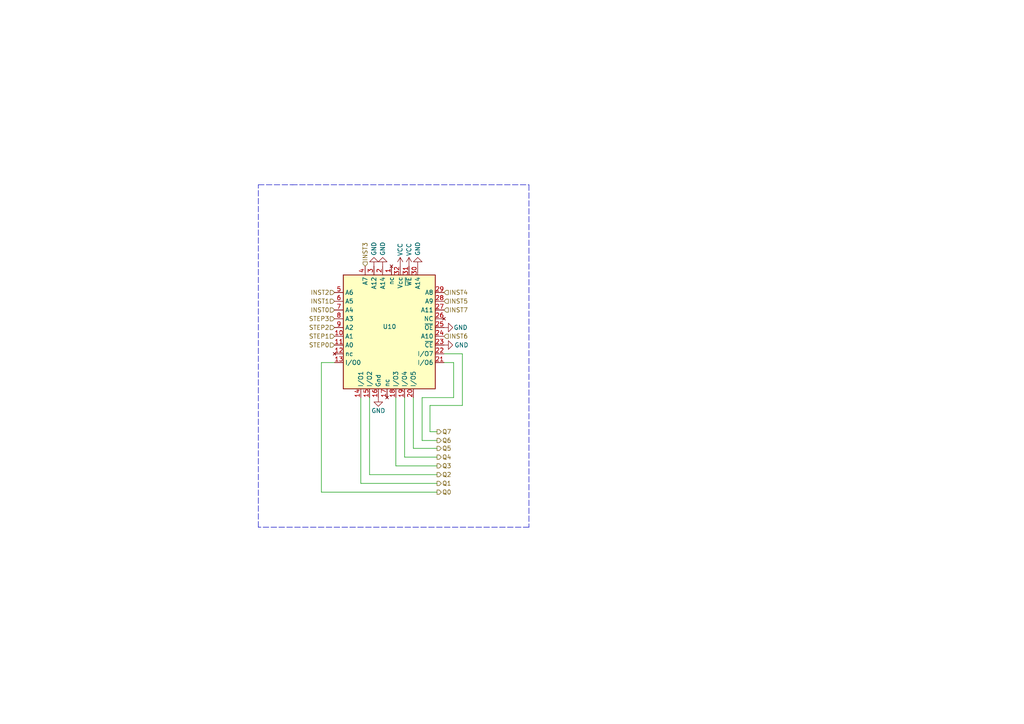
<source format=kicad_sch>
(kicad_sch (version 20211123) (generator eeschema)
  (paper "A4")
  (lib_symbols
    (symbol "Stephen:PLCC32_28_28C256"
      (property "Reference" "U" (at 19.05 -22.86 0))
      (property "Value" "PLCC32_28_28C256" (at 10.16 -20.32 0))
      (symbol "PLCC32_28_28C256_1_1"
        (rectangle (start -12.7 15.24) (end 13.97 -17.78) (stroke (width 0.254)) (fill (type background)))
        (pin no_connect line (at 1.27 17.78 270) (length 2.54) (name "nc") (number "1"))
        (pin input line (at -15.24 -2.54 0) (length 2.54) (name "A1") (number "10"))
        (pin input line (at -15.24 -5.08 0) (length 2.54) (name "A0") (number "11"))
        (pin no_connect line (at -15.24 -7.62 0) (length 2.54) (name "nc") (number "12"))
        (pin bidirectional line (at -15.24 -10.16 0) (length 2.54) (name "I/O0") (number "13"))
        (pin bidirectional line (at -7.62 -20.32 90) (length 2.54) (name "I/O1") (number "14"))
        (pin bidirectional line (at -5.08 -20.32 90) (length 2.54) (name "I/O2") (number "15"))
        (pin power_in line (at -2.54 -20.32 90) (length 2.54) (name "Gnd") (number "16"))
        (pin no_connect line (at 0 -20.32 90) (length 2.54) (name "nc") (number "17"))
        (pin bidirectional line (at 2.54 -20.32 90) (length 2.54) (name "I/O3") (number "18"))
        (pin bidirectional line (at 5.08 -20.32 90) (length 2.54) (name "I/O4") (number "19"))
        (pin input line (at -1.27 17.78 270) (length 2.54) (name "A14") (number "2"))
        (pin bidirectional line (at 7.62 -20.32 90) (length 2.54) (name "I/O5") (number "20"))
        (pin bidirectional line (at 16.51 -10.16 180) (length 2.54) (name "I/O6") (number "21"))
        (pin bidirectional line (at 16.51 -7.62 180) (length 2.54) (name "I/O7") (number "22"))
        (pin input line (at 16.51 -5.08 180) (length 2.54) (name "~{CE}") (number "23"))
        (pin input line (at 16.51 -2.54 180) (length 2.54) (name "A10") (number "24"))
        (pin input line (at 16.51 0 180) (length 2.54) (name "~{OE}") (number "25"))
        (pin no_connect line (at 16.51 2.54 180) (length 2.54) (name "NC") (number "26"))
        (pin input line (at 16.51 5.08 180) (length 2.54) (name "A11") (number "27"))
        (pin input line (at 16.51 7.62 180) (length 2.54) (name "A9") (number "28"))
        (pin input line (at 16.51 10.16 180) (length 2.54) (name "A8") (number "29"))
        (pin input line (at -3.81 17.78 270) (length 2.54) (name "A12") (number "3"))
        (pin input line (at 8.89 17.78 270) (length 2.54) (name "A14") (number "30"))
        (pin input line (at 6.35 17.78 270) (length 2.54) (name "~{WE}") (number "31"))
        (pin power_in line (at 3.81 17.78 270) (length 2.54) (name "Vcc") (number "32"))
        (pin input line (at -6.35 17.78 270) (length 2.54) (name "A7") (number "4"))
        (pin input line (at -15.24 10.16 0) (length 2.54) (name "A6") (number "5"))
        (pin input line (at -15.24 7.62 0) (length 2.54) (name "A5") (number "6"))
        (pin input line (at -15.24 5.08 0) (length 2.54) (name "A4") (number "7"))
        (pin input line (at -15.24 2.54 0) (length 2.54) (name "A3") (number "8"))
        (pin input line (at -15.24 0 0) (length 2.54) (name "A2") (number "9"))
      )
    )
    (symbol "power:GND" (power) (pin_names (offset 0))
      (property "Value" "GND" (at 0 -3.81 0))
      (symbol "GND_0_1"
        (polyline (pts (xy 0 0) (xy 0 -1.27) (xy 1.27 -1.27) (xy 0 -2.54) (xy -1.27 -1.27) (xy 0 -1.27)))
      )
      (symbol "GND_1_1"
        (pin power_in line (at 0 0 270) (length 0) hide (name "GND") (number "1"))
      )
    )
    (symbol "power:VCC" (power) (pin_names (offset 0))
      (property "Value" "VCC" (at 0 3.81 0))
      (symbol "VCC_0_1"
        (polyline (pts (xy -0.762 1.27) (xy 0 2.54)))
        (polyline (pts (xy 0 0) (xy 0 2.54)))
        (polyline (pts (xy 0 2.54) (xy 0.762 1.27)))
      )
      (symbol "VCC_1_1"
        (pin power_in line (at 0 0 90) (length 0) hide (name "VCC") (number "1"))
      )
    )
  )
  (wire (pts (xy 122.428 127.762) (xy 122.428 115.316)))
  (wire (pts (xy 117.348 115.316) (xy 117.348 132.588)))
  (wire (pts (xy 128.778 102.616) (xy 134.112 102.616)))
  (wire (pts (xy 134.112 102.616) (xy 134.112 117.602)))
  (wire (pts (xy 97.028 105.156) (xy 93.218 105.156)))
  (polyline (pts (xy 74.93 152.908) (xy 74.93 53.594)))
  (wire (pts (xy 134.112 117.602) (xy 124.714 117.602)))
  (wire (pts (xy 114.808 135.128) (xy 114.808 115.316)))
  (wire (pts (xy 93.218 105.156) (xy 93.218 142.748)))
  (wire (pts (xy 104.648 140.208) (xy 104.648 115.316)))
  (wire (pts (xy 126.746 135.128) (xy 114.808 135.128)))
  (wire (pts (xy 126.746 140.208) (xy 104.648 140.208)))
  (wire (pts (xy 107.188 115.316) (xy 107.188 137.668)))
  (polyline (pts (xy 153.416 152.908) (xy 74.93 152.908)))
  (wire (pts (xy 119.888 130.048) (xy 119.888 115.316)))
  (wire (pts (xy 93.218 142.748) (xy 126.746 142.748)))
  (wire (pts (xy 126.746 130.048) (xy 119.888 130.048)))
  (polyline (pts (xy 84.582 53.594) (xy 153.416 53.594)))
  (wire (pts (xy 131.572 105.156) (xy 128.778 105.156)))
  (wire (pts (xy 124.714 125.222) (xy 126.746 125.222)))
  (wire (pts (xy 131.572 115.316) (xy 131.572 105.156)))
  (wire (pts (xy 126.746 127.762) (xy 122.428 127.762)))
  (polyline (pts (xy 74.93 53.594) (xy 85.09 53.594)))
  (wire (pts (xy 124.714 117.602) (xy 124.714 125.222)))
  (polyline (pts (xy 153.416 53.594) (xy 153.416 152.908)))
  (wire (pts (xy 122.428 115.316) (xy 131.572 115.316)))
  (wire (pts (xy 107.188 137.668) (xy 126.746 137.668)))
  (wire (pts (xy 117.348 132.588) (xy 126.746 132.588)))
  (hierarchical_label "INST0" (shape input) (at 97.028 89.916 180))
  (hierarchical_label "Q4" (shape output) (at 126.746 132.588 0))
  (hierarchical_label "STEP0" (shape input) (at 97.028 100.076 180))
  (hierarchical_label "INST5" (shape input) (at 128.778 87.376 0))
  (hierarchical_label "Q3" (shape output) (at 126.746 135.128 0))
  (hierarchical_label "Q1" (shape output) (at 126.746 140.208 0))
  (hierarchical_label "INST7" (shape input) (at 128.778 89.916 0))
  (hierarchical_label "Q6" (shape output) (at 126.746 127.762 0))
  (hierarchical_label "INST6" (shape input) (at 128.778 97.536 0))
  (hierarchical_label "INST3" (shape input) (at 105.918 77.216 90))
  (hierarchical_label "Q2" (shape output) (at 126.746 137.668 0))
  (hierarchical_label "Q5" (shape output) (at 126.746 130.048 0))
  (hierarchical_label "INST4" (shape input) (at 128.778 84.836 0))
  (hierarchical_label "Q0" (shape output) (at 126.746 142.748 0))
  (hierarchical_label "STEP1" (shape input) (at 97.028 97.536 180))
  (hierarchical_label "STEP2" (shape input) (at 97.028 94.996 180))
  (hierarchical_label "INST1" (shape input) (at 97.028 87.376 180))
  (hierarchical_label "Q7" (shape output) (at 126.746 125.222 0))
  (hierarchical_label "INST2" (shape input) (at 97.028 84.836 180))
  (hierarchical_label "STEP3" (shape input) (at 97.028 92.456 180))
  (symbol (lib_id "power:VCC") (at 116.078 77.216 0) (unit 1)
    (property "Reference" "#PWR052" (effects hide))
    (property "Value" "VCC" (at 116.078 72.39 90))
  )
  (symbol (lib_id "power:GND") (at 109.728 115.316 0) (unit 1)
    (property "Reference" "#PWR050" (effects hide))
    (property "Value" "GND" (at 107.696 119.126 0) (effects (justify left)))
  )
  (symbol (lib_id "Stephen:PLCC32_28_28C256") (at 112.268 94.996 0) (unit 1)
    (property "Reference" "U10" (at 110.998 94.742 0) (effects (justify left)))
    (property "Value" "PLCC32_28_28C256" (effects hide))
    (property "Footprint" "Stephenv6:PLCC-32-SOCKET-Microchip-32J-10_2001-B-IPC_A" (effects hide))
    (property "Datasheet" "http://ww1.microchip.com/downloads/en/DeviceDoc/doc0006.pdf" (effects hide))
  )
  (symbol (lib_id "power:GND") (at 128.778 94.996 90) (unit 1)
    (property "Reference" "#PWR055" (effects hide))
    (property "Value" "GND" (at 135.636 94.996 90) (effects (justify left)))
  )
  (symbol (lib_id "power:GND") (at 121.158 77.216 180) (unit 1)
    (property "Reference" "#PWR054" (effects hide))
    (property "Value" "GND" (at 121.158 70.104 90) (effects (justify left)))
  )
  (symbol (lib_id "power:VCC") (at 118.618 77.216 0) (unit 1)
    (property "Reference" "#PWR053" (effects hide))
    (property "Value" "VCC" (at 118.618 72.39 90))
  )
  (symbol (lib_id "power:GND") (at 110.998 77.216 180) (unit 1)
    (property "Reference" "#PWR051" (effects hide))
    (property "Value" "GND" (at 110.998 70.104 90) (effects (justify left)))
  )
  (symbol (lib_id "power:GND") (at 108.458 77.216 180) (unit 1)
    (property "Reference" "#PWR049" (effects hide))
    (property "Value" "GND" (at 108.458 70.104 90) (effects (justify left)))
  )
  (symbol (lib_id "power:GND") (at 128.778 100.076 90) (unit 1)
    (property "Reference" "#PWR056" (effects hide))
    (property "Value" "GND" (at 135.89 100.076 90) (effects (justify left)))
  )
)
</source>
